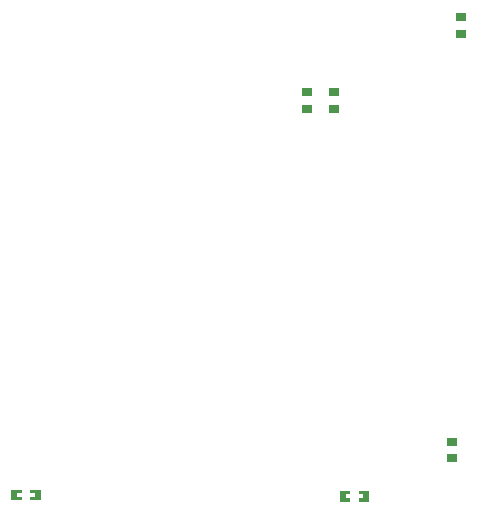
<source format=gtp>
G04 Layer: TopPasteMaskLayer*
G04 EasyEDA v6.5.42, 2024-04-26 10:31:32*
G04 9f6459e1cdc04d20a695041d627ca585,394a4af37713441991a7fd952f151f2e,10*
G04 Gerber Generator version 0.2*
G04 Scale: 100 percent, Rotated: No, Reflected: No *
G04 Dimensions in millimeters *
G04 leading zeros omitted , absolute positions ,4 integer and 5 decimal *
%FSLAX45Y45*%
%MOMM*%

%ADD10R,0.9000X0.8000*%

%LPD*%
G36*
X5462422Y2712008D02*
G01*
X5457393Y2706979D01*
X5457393Y2684221D01*
X5494375Y2684221D01*
X5494375Y2651201D01*
X5457393Y2651201D01*
X5457393Y2627020D01*
X5462422Y2621991D01*
X5542381Y2621991D01*
X5547410Y2627020D01*
X5547410Y2706979D01*
X5542381Y2712008D01*
G37*
G36*
X5303418Y2712008D02*
G01*
X5298389Y2706979D01*
X5298389Y2627020D01*
X5303418Y2621991D01*
X5382412Y2621991D01*
X5387390Y2627020D01*
X5387390Y2651201D01*
X5349392Y2651201D01*
X5349392Y2684221D01*
X5387390Y2684221D01*
X5387390Y2706979D01*
X5382412Y2712008D01*
G37*
G36*
X2681122Y2724708D02*
G01*
X2676093Y2719679D01*
X2676093Y2696921D01*
X2713075Y2696921D01*
X2713075Y2663901D01*
X2676093Y2663901D01*
X2676093Y2639720D01*
X2681122Y2634691D01*
X2761081Y2634691D01*
X2766110Y2639720D01*
X2766110Y2719679D01*
X2761081Y2724708D01*
G37*
G36*
X2522118Y2724708D02*
G01*
X2517089Y2719679D01*
X2517089Y2639720D01*
X2522118Y2634691D01*
X2601112Y2634691D01*
X2606090Y2639720D01*
X2606090Y2663901D01*
X2568092Y2663901D01*
X2568092Y2696921D01*
X2606090Y2696921D01*
X2606090Y2719679D01*
X2601112Y2724708D01*
G37*
D10*
G01*
X5016500Y5949797D03*
G01*
X5016500Y6089802D03*
G01*
X5245100Y5949797D03*
G01*
X5245100Y6089802D03*
G01*
X6324600Y6724802D03*
G01*
X6324600Y6584797D03*
G01*
X6248400Y2990697D03*
G01*
X6248400Y3130702D03*
M02*

</source>
